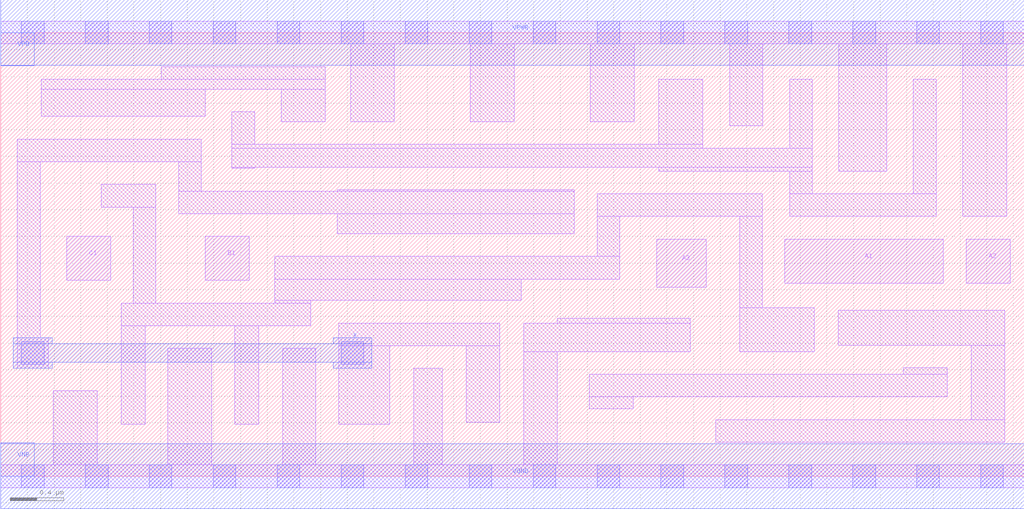
<source format=lef>
# Copyright 2020 The SkyWater PDK Authors
#
# Licensed under the Apache License, Version 2.0 (the "License");
# you may not use this file except in compliance with the License.
# You may obtain a copy of the License at
#
#     https://www.apache.org/licenses/LICENSE-2.0
#
# Unless required by applicable law or agreed to in writing, software
# distributed under the License is distributed on an "AS IS" BASIS,
# WITHOUT WARRANTIES OR CONDITIONS OF ANY KIND, either express or implied.
# See the License for the specific language governing permissions and
# limitations under the License.
#
# SPDX-License-Identifier: Apache-2.0

VERSION 5.5 ;
NAMESCASESENSITIVE ON ;
BUSBITCHARS "[]" ;
DIVIDERCHAR "/" ;
MACRO sky130_fd_sc_hs__a311o_4
  CLASS CORE ;
  SOURCE USER ;
  ORIGIN  0.000000  0.000000 ;
  SIZE  7.680000 BY  3.330000 ;
  SYMMETRY X Y ;
  SITE unit ;
  PIN A1
    ANTENNAGATEAREA  0.492000 ;
    DIRECTION INPUT ;
    USE SIGNAL ;
    PORT
      LAYER li1 ;
        RECT 5.885000 1.450000 7.075000 1.780000 ;
    END
  END A1
  PIN A2
    ANTENNAGATEAREA  0.492000 ;
    DIRECTION INPUT ;
    USE SIGNAL ;
    PORT
      LAYER li1 ;
        RECT 7.245000 1.450000 7.575000 1.780000 ;
    END
  END A2
  PIN A3
    ANTENNAGATEAREA  0.492000 ;
    DIRECTION INPUT ;
    USE SIGNAL ;
    PORT
      LAYER li1 ;
        RECT 4.925000 1.420000 5.295000 1.780000 ;
    END
  END A3
  PIN B1
    ANTENNAGATEAREA  0.492000 ;
    DIRECTION INPUT ;
    USE SIGNAL ;
    PORT
      LAYER li1 ;
        RECT 1.535000 1.470000 1.865000 1.800000 ;
    END
  END B1
  PIN C1
    ANTENNAGATEAREA  0.492000 ;
    DIRECTION INPUT ;
    USE SIGNAL ;
    PORT
      LAYER li1 ;
        RECT 0.495000 1.470000 0.825000 1.800000 ;
    END
  END C1
  PIN X
    ANTENNADIFFAREA  1.086400 ;
    ANTENNAPARTIALMETALSIDEAREA  1.869000 ;
    DIRECTION OUTPUT ;
    USE SIGNAL ;
    PORT
      LAYER met1 ;
        RECT 0.095000 0.810000 0.385000 0.855000 ;
        RECT 0.095000 0.855000 2.785000 0.995000 ;
        RECT 0.095000 0.995000 0.385000 1.040000 ;
        RECT 2.495000 0.810000 2.785000 0.855000 ;
        RECT 2.495000 0.995000 2.785000 1.040000 ;
    END
  END X
  PIN VGND
    DIRECTION INOUT ;
    USE GROUND ;
    PORT
      LAYER met1 ;
        RECT 0.000000 -0.245000 7.680000 0.245000 ;
    END
  END VGND
  PIN VNB
    DIRECTION INOUT ;
    USE GROUND ;
    PORT
    END
  END VNB
  PIN VPB
    DIRECTION INOUT ;
    USE POWER ;
    PORT
    END
  END VPB
  PIN VNB
    DIRECTION INOUT ;
    USE GROUND ;
    PORT
      LAYER met1 ;
        RECT 0.000000 0.000000 0.250000 0.250000 ;
    END
  END VNB
  PIN VPB
    DIRECTION INOUT ;
    USE POWER ;
    PORT
      LAYER met1 ;
        RECT 0.000000 3.080000 0.250000 3.330000 ;
    END
  END VPB
  PIN VPWR
    DIRECTION INOUT ;
    USE POWER ;
    PORT
      LAYER met1 ;
        RECT 0.000000 3.085000 7.680000 3.575000 ;
    END
  END VPWR
  OBS
    LAYER li1 ;
      RECT 0.000000 -0.085000 7.680000 0.085000 ;
      RECT 0.000000  3.245000 7.680000 3.415000 ;
      RECT 0.125000  0.810000 0.355000 1.040000 ;
      RECT 0.125000  1.040000 0.295000 2.360000 ;
      RECT 0.125000  2.360000 1.505000 2.530000 ;
      RECT 0.305000  2.700000 1.535000 2.905000 ;
      RECT 0.305000  2.905000 2.435000 2.980000 ;
      RECT 0.395000  0.085000 0.725000 0.640000 ;
      RECT 0.755000  2.020000 1.165000 2.190000 ;
      RECT 0.905000  0.390000 1.085000 1.130000 ;
      RECT 0.905000  1.130000 2.325000 1.300000 ;
      RECT 0.995000  1.300000 1.165000 2.020000 ;
      RECT 1.205000  2.980000 2.435000 3.075000 ;
      RECT 1.255000  0.085000 1.585000 0.960000 ;
      RECT 1.335000  1.970000 4.305000 2.140000 ;
      RECT 1.335000  2.140000 1.505000 2.360000 ;
      RECT 1.735000  2.310000 1.905000 2.320000 ;
      RECT 1.735000  2.320000 6.090000 2.460000 ;
      RECT 1.735000  2.460000 5.270000 2.490000 ;
      RECT 1.735000  2.490000 1.905000 2.735000 ;
      RECT 1.755000  0.390000 1.935000 1.130000 ;
      RECT 2.055000  1.300000 2.325000 1.320000 ;
      RECT 2.055000  1.320000 3.905000 1.480000 ;
      RECT 2.055000  1.480000 4.645000 1.650000 ;
      RECT 2.105000  2.660000 2.435000 2.905000 ;
      RECT 2.115000  0.085000 2.365000 0.960000 ;
      RECT 2.525000  1.820000 4.305000 1.970000 ;
      RECT 2.525000  2.140000 4.305000 2.150000 ;
      RECT 2.535000  0.390000 2.920000 0.980000 ;
      RECT 2.535000  0.980000 3.745000 1.150000 ;
      RECT 2.625000  2.660000 2.955000 3.245000 ;
      RECT 3.100000  0.085000 3.315000 0.810000 ;
      RECT 3.495000  0.405000 3.745000 0.980000 ;
      RECT 3.525000  2.660000 3.855000 3.245000 ;
      RECT 3.925000  0.085000 4.175000 0.935000 ;
      RECT 3.925000  0.935000 5.175000 1.150000 ;
      RECT 4.175000  1.150000 5.175000 1.185000 ;
      RECT 4.415000  0.505000 4.745000 0.595000 ;
      RECT 4.415000  0.595000 7.105000 0.765000 ;
      RECT 4.425000  2.660000 4.755000 3.245000 ;
      RECT 4.475000  1.650000 4.645000 1.950000 ;
      RECT 4.475000  1.950000 5.715000 2.120000 ;
      RECT 4.940000  2.290000 6.090000 2.320000 ;
      RECT 4.940000  2.490000 5.270000 2.980000 ;
      RECT 5.365000  0.255000 7.535000 0.425000 ;
      RECT 5.470000  2.630000 5.720000 3.245000 ;
      RECT 5.545000  0.935000 6.105000 1.265000 ;
      RECT 5.545000  1.265000 5.715000 1.950000 ;
      RECT 5.920000  1.950000 7.020000 2.120000 ;
      RECT 5.920000  2.120000 6.090000 2.290000 ;
      RECT 5.920000  2.460000 6.090000 2.980000 ;
      RECT 6.285000  0.985000 7.535000 1.245000 ;
      RECT 6.290000  2.290000 6.650000 3.245000 ;
      RECT 6.775000  0.765000 7.105000 0.815000 ;
      RECT 6.850000  2.120000 7.020000 2.980000 ;
      RECT 7.220000  1.950000 7.550000 3.245000 ;
      RECT 7.285000  0.425000 7.535000 0.985000 ;
    LAYER mcon ;
      RECT 0.155000 -0.085000 0.325000 0.085000 ;
      RECT 0.155000  0.840000 0.325000 1.010000 ;
      RECT 0.155000  3.245000 0.325000 3.415000 ;
      RECT 0.635000 -0.085000 0.805000 0.085000 ;
      RECT 0.635000  3.245000 0.805000 3.415000 ;
      RECT 1.115000 -0.085000 1.285000 0.085000 ;
      RECT 1.115000  3.245000 1.285000 3.415000 ;
      RECT 1.595000 -0.085000 1.765000 0.085000 ;
      RECT 1.595000  3.245000 1.765000 3.415000 ;
      RECT 2.075000 -0.085000 2.245000 0.085000 ;
      RECT 2.075000  3.245000 2.245000 3.415000 ;
      RECT 2.555000 -0.085000 2.725000 0.085000 ;
      RECT 2.555000  0.840000 2.725000 1.010000 ;
      RECT 2.555000  3.245000 2.725000 3.415000 ;
      RECT 3.035000 -0.085000 3.205000 0.085000 ;
      RECT 3.035000  3.245000 3.205000 3.415000 ;
      RECT 3.515000 -0.085000 3.685000 0.085000 ;
      RECT 3.515000  3.245000 3.685000 3.415000 ;
      RECT 3.995000 -0.085000 4.165000 0.085000 ;
      RECT 3.995000  3.245000 4.165000 3.415000 ;
      RECT 4.475000 -0.085000 4.645000 0.085000 ;
      RECT 4.475000  3.245000 4.645000 3.415000 ;
      RECT 4.955000 -0.085000 5.125000 0.085000 ;
      RECT 4.955000  3.245000 5.125000 3.415000 ;
      RECT 5.435000 -0.085000 5.605000 0.085000 ;
      RECT 5.435000  3.245000 5.605000 3.415000 ;
      RECT 5.915000 -0.085000 6.085000 0.085000 ;
      RECT 5.915000  3.245000 6.085000 3.415000 ;
      RECT 6.395000 -0.085000 6.565000 0.085000 ;
      RECT 6.395000  3.245000 6.565000 3.415000 ;
      RECT 6.875000 -0.085000 7.045000 0.085000 ;
      RECT 6.875000  3.245000 7.045000 3.415000 ;
      RECT 7.355000 -0.085000 7.525000 0.085000 ;
      RECT 7.355000  3.245000 7.525000 3.415000 ;
  END
END sky130_fd_sc_hs__a311o_4
END LIBRARY

</source>
